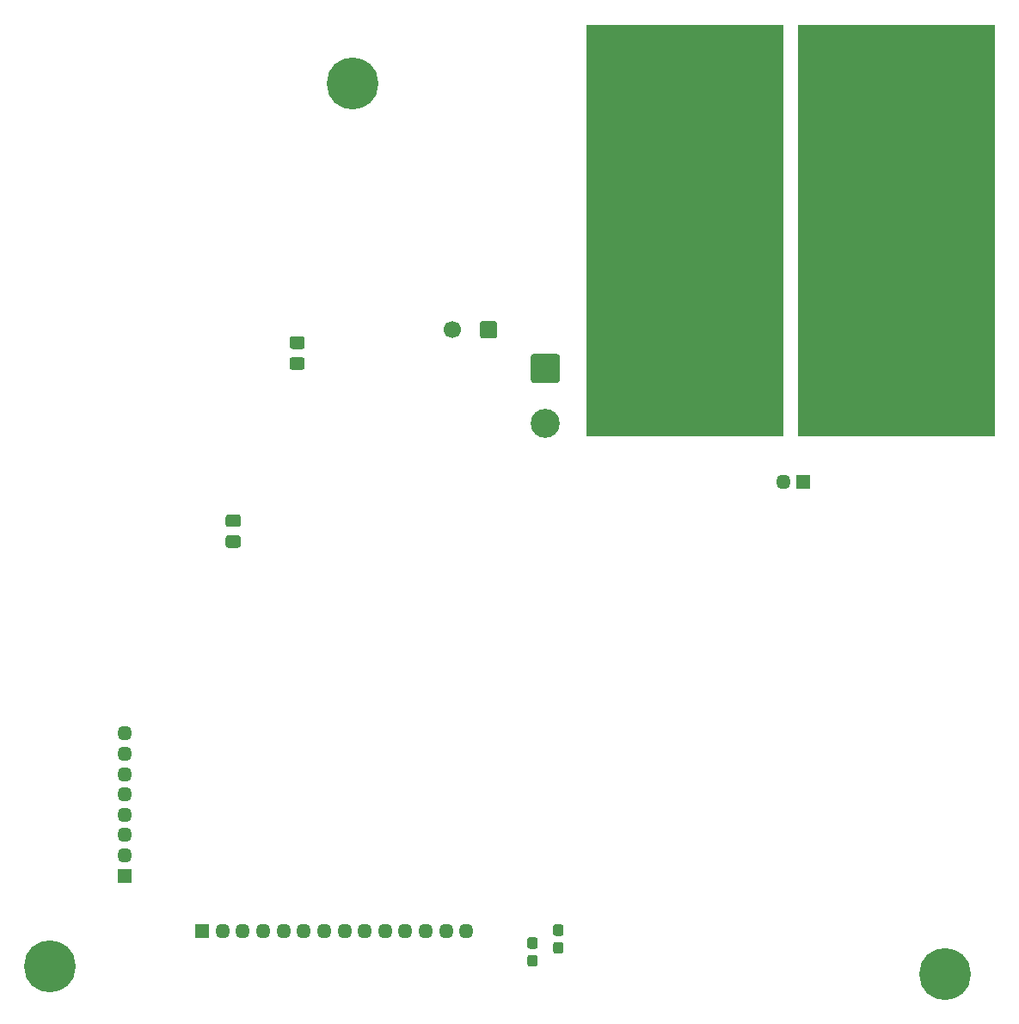
<source format=gbr>
G04 #@! TF.GenerationSoftware,KiCad,Pcbnew,5.1.6-c6e7f7d~87~ubuntu20.04.1*
G04 #@! TF.CreationDate,2020-08-12T13:54:09+03:00*
G04 #@! TF.ProjectId,LED_test,4c45445f-7465-4737-942e-6b696361645f,rev?*
G04 #@! TF.SameCoordinates,Original*
G04 #@! TF.FileFunction,Soldermask,Bot*
G04 #@! TF.FilePolarity,Negative*
%FSLAX46Y46*%
G04 Gerber Fmt 4.6, Leading zero omitted, Abs format (unit mm)*
G04 Created by KiCad (PCBNEW 5.1.6-c6e7f7d~87~ubuntu20.04.1) date 2020-08-12 13:54:09*
%MOMM*%
%LPD*%
G01*
G04 APERTURE LIST*
%ADD10C,0.100000*%
%ADD11R,1.450000X1.450000*%
%ADD12O,1.450000X1.450000*%
%ADD13C,5.100000*%
%ADD14C,2.850000*%
%ADD15C,1.700000*%
G04 APERTURE END LIST*
D10*
G36*
X198882000Y-81534000D02*
G01*
X179578000Y-81534000D01*
X179578000Y-41148000D01*
X198882000Y-41148000D01*
X198882000Y-81534000D01*
G37*
X198882000Y-81534000D02*
X179578000Y-81534000D01*
X179578000Y-41148000D01*
X198882000Y-41148000D01*
X198882000Y-81534000D01*
G36*
X178054000Y-81534000D02*
G01*
X158750000Y-81534000D01*
X158750000Y-41148000D01*
X178054000Y-41148000D01*
X178054000Y-81534000D01*
G37*
X178054000Y-81534000D02*
X158750000Y-81534000D01*
X158750000Y-41148000D01*
X178054000Y-41148000D01*
X178054000Y-81534000D01*
D11*
X113284000Y-124840000D03*
D12*
X113284000Y-122840000D03*
X113284000Y-120840000D03*
X113284000Y-118840000D03*
X113284000Y-116840000D03*
X113284000Y-114840000D03*
X113284000Y-112840000D03*
X113284000Y-110840000D03*
D13*
X135690000Y-46890000D03*
X194010000Y-134480000D03*
X105930000Y-133780000D03*
D12*
X178086000Y-86106000D03*
D11*
X180086000Y-86106000D03*
D12*
X146904000Y-130302000D03*
X144904000Y-130302000D03*
X142904000Y-130302000D03*
X140904000Y-130302000D03*
X138904000Y-130302000D03*
X136904000Y-130302000D03*
X134904000Y-130302000D03*
X132904000Y-130302000D03*
X130904000Y-130302000D03*
X128904000Y-130302000D03*
X126904000Y-130302000D03*
X124904000Y-130302000D03*
X122904000Y-130302000D03*
D11*
X120904000Y-130302000D03*
G36*
G01*
X124430262Y-92582000D02*
X123473738Y-92582000D01*
G75*
G02*
X123202000Y-92310262I0J271738D01*
G01*
X123202000Y-91603738D01*
G75*
G02*
X123473738Y-91332000I271738J0D01*
G01*
X124430262Y-91332000D01*
G75*
G02*
X124702000Y-91603738I0J-271738D01*
G01*
X124702000Y-92310262D01*
G75*
G02*
X124430262Y-92582000I-271738J0D01*
G01*
G37*
G36*
G01*
X124430262Y-90532000D02*
X123473738Y-90532000D01*
G75*
G02*
X123202000Y-90260262I0J271738D01*
G01*
X123202000Y-89553738D01*
G75*
G02*
X123473738Y-89282000I271738J0D01*
G01*
X124430262Y-89282000D01*
G75*
G02*
X124702000Y-89553738I0J-271738D01*
G01*
X124702000Y-90260262D01*
G75*
G02*
X124430262Y-90532000I-271738J0D01*
G01*
G37*
D14*
X154686000Y-80330000D03*
G36*
G01*
X153520350Y-73505000D02*
X155851650Y-73505000D01*
G75*
G02*
X156111000Y-73764350I0J-259350D01*
G01*
X156111000Y-76095650D01*
G75*
G02*
X155851650Y-76355000I-259350J0D01*
G01*
X153520350Y-76355000D01*
G75*
G02*
X153261000Y-76095650I0J259350D01*
G01*
X153261000Y-73764350D01*
G75*
G02*
X153520350Y-73505000I259350J0D01*
G01*
G37*
G36*
G01*
X129771738Y-73820000D02*
X130728262Y-73820000D01*
G75*
G02*
X131000000Y-74091738I0J-271738D01*
G01*
X131000000Y-74798262D01*
G75*
G02*
X130728262Y-75070000I-271738J0D01*
G01*
X129771738Y-75070000D01*
G75*
G02*
X129500000Y-74798262I0J271738D01*
G01*
X129500000Y-74091738D01*
G75*
G02*
X129771738Y-73820000I271738J0D01*
G01*
G37*
G36*
G01*
X129771738Y-71770000D02*
X130728262Y-71770000D01*
G75*
G02*
X131000000Y-72041738I0J-271738D01*
G01*
X131000000Y-72748262D01*
G75*
G02*
X130728262Y-73020000I-271738J0D01*
G01*
X129771738Y-73020000D01*
G75*
G02*
X129500000Y-72748262I0J271738D01*
G01*
X129500000Y-72041738D01*
G75*
G02*
X129771738Y-71770000I271738J0D01*
G01*
G37*
D15*
X145498000Y-71120000D03*
G36*
G01*
X149948000Y-70535625D02*
X149948000Y-71704375D01*
G75*
G02*
X149682375Y-71970000I-265625J0D01*
G01*
X148513625Y-71970000D01*
G75*
G02*
X148248000Y-71704375I0J265625D01*
G01*
X148248000Y-70535625D01*
G75*
G02*
X148513625Y-70270000I265625J0D01*
G01*
X149682375Y-70270000D01*
G75*
G02*
X149948000Y-70535625I0J-265625D01*
G01*
G37*
G36*
G01*
X155693500Y-131364000D02*
X156218500Y-131364000D01*
G75*
G02*
X156481000Y-131626500I0J-262500D01*
G01*
X156481000Y-132251500D01*
G75*
G02*
X156218500Y-132514000I-262500J0D01*
G01*
X155693500Y-132514000D01*
G75*
G02*
X155431000Y-132251500I0J262500D01*
G01*
X155431000Y-131626500D01*
G75*
G02*
X155693500Y-131364000I262500J0D01*
G01*
G37*
G36*
G01*
X155693500Y-129614000D02*
X156218500Y-129614000D01*
G75*
G02*
X156481000Y-129876500I0J-262500D01*
G01*
X156481000Y-130501500D01*
G75*
G02*
X156218500Y-130764000I-262500J0D01*
G01*
X155693500Y-130764000D01*
G75*
G02*
X155431000Y-130501500I0J262500D01*
G01*
X155431000Y-129876500D01*
G75*
G02*
X155693500Y-129614000I262500J0D01*
G01*
G37*
G36*
G01*
X153153500Y-132634000D02*
X153678500Y-132634000D01*
G75*
G02*
X153941000Y-132896500I0J-262500D01*
G01*
X153941000Y-133521500D01*
G75*
G02*
X153678500Y-133784000I-262500J0D01*
G01*
X153153500Y-133784000D01*
G75*
G02*
X152891000Y-133521500I0J262500D01*
G01*
X152891000Y-132896500D01*
G75*
G02*
X153153500Y-132634000I262500J0D01*
G01*
G37*
G36*
G01*
X153153500Y-130884000D02*
X153678500Y-130884000D01*
G75*
G02*
X153941000Y-131146500I0J-262500D01*
G01*
X153941000Y-131771500D01*
G75*
G02*
X153678500Y-132034000I-262500J0D01*
G01*
X153153500Y-132034000D01*
G75*
G02*
X152891000Y-131771500I0J262500D01*
G01*
X152891000Y-131146500D01*
G75*
G02*
X153153500Y-130884000I262500J0D01*
G01*
G37*
M02*

</source>
